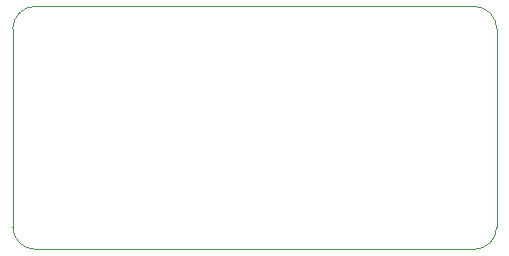
<source format=gbr>
%TF.GenerationSoftware,KiCad,Pcbnew,7.0.9*%
%TF.CreationDate,2024-01-09T00:20:39-06:00*%
%TF.ProjectId,db19-to-idc20,64623139-2d74-46f2-9d69-646332302e6b,1.1*%
%TF.SameCoordinates,Original*%
%TF.FileFunction,Profile,NP*%
%FSLAX46Y46*%
G04 Gerber Fmt 4.6, Leading zero omitted, Abs format (unit mm)*
G04 Created by KiCad (PCBNEW 7.0.9) date 2024-01-09 00:20:39*
%MOMM*%
%LPD*%
G01*
G04 APERTURE LIST*
%TA.AperFunction,Profile*%
%ADD10C,0.100000*%
%TD*%
G04 APERTURE END LIST*
D10*
X134283387Y-113665000D02*
X134286139Y-130425395D01*
X173355000Y-111760000D02*
X136188387Y-111760000D01*
X175263091Y-130425395D02*
X175260000Y-113665000D01*
X136191139Y-132330395D02*
X173358091Y-132330395D01*
X134286139Y-130425395D02*
G75*
G03*
X136191139Y-132330395I1905000J0D01*
G01*
X173358091Y-132330395D02*
G75*
G03*
X175263091Y-130425395I0J1905000D01*
G01*
X136188387Y-111760000D02*
G75*
G03*
X134283387Y-113665000I0J-1905000D01*
G01*
X175260000Y-113665000D02*
G75*
G03*
X173355000Y-111760000I-1905000J0D01*
G01*
M02*

</source>
